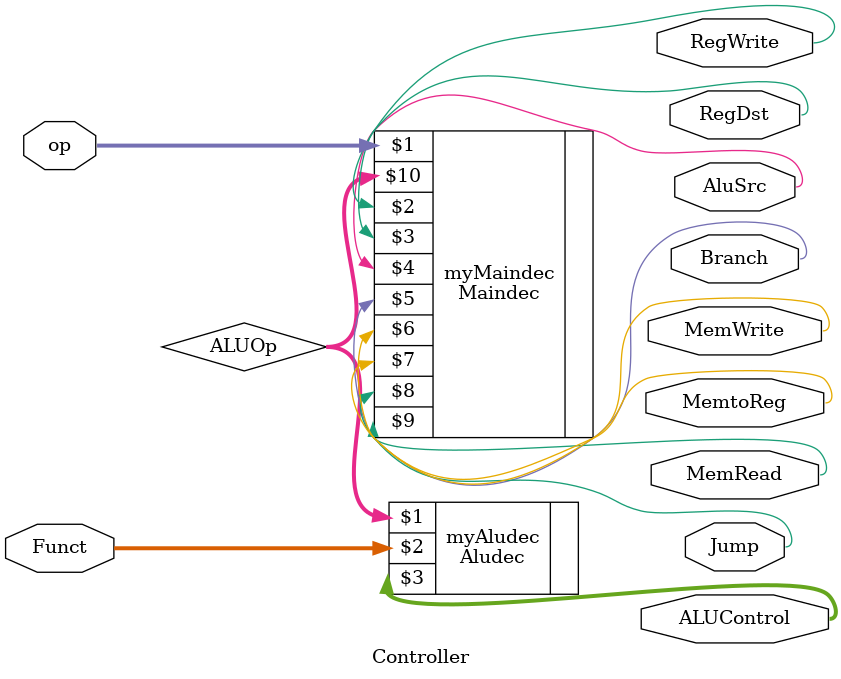
<source format=v>
`timescale 1ns / 1ps


module Controller(op,Funct,RegWrite,RegDst,AluSrc,Branch,MemWrite,MemtoReg,MemRead,Jump,ALUControl);
    input [5:0] op;
    input [5:0] Funct;
    output RegWrite;
    output RegDst;
    output AluSrc;
    output Branch;
    output MemWrite;
    output MemtoReg;
    output MemRead;
    output Jump;
    output [2:0] ALUControl;

    wire [1:0] ALUOp;
    
    Maindec myMaindec(op,RegWrite,RegDst,AluSrc,Branch,MemWrite,MemtoReg,MemRead,Jump,ALUOp);
    Aludec myAludec(ALUOp,Funct,ALUControl);
endmodule

</source>
